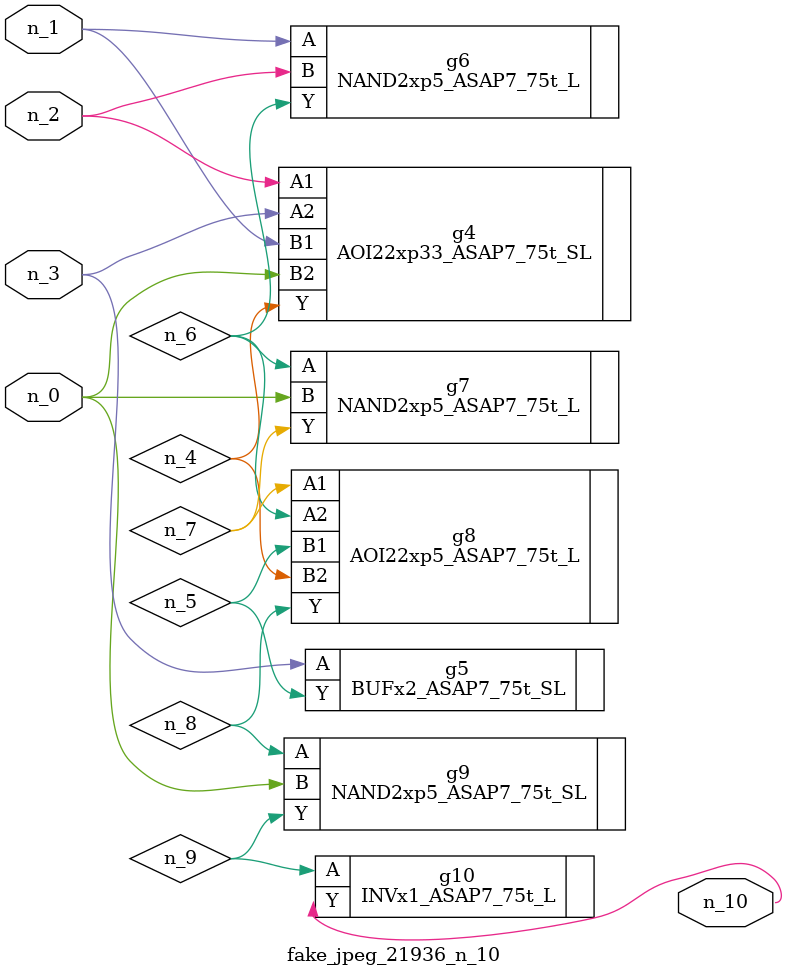
<source format=v>
module fake_jpeg_21936_n_10 (n_0, n_3, n_2, n_1, n_10);

input n_0;
input n_3;
input n_2;
input n_1;

output n_10;

wire n_4;
wire n_8;
wire n_9;
wire n_6;
wire n_5;
wire n_7;

AOI22xp33_ASAP7_75t_SL g4 ( 
.A1(n_2),
.A2(n_3),
.B1(n_1),
.B2(n_0),
.Y(n_4)
);

BUFx2_ASAP7_75t_SL g5 ( 
.A(n_3),
.Y(n_5)
);

NAND2xp5_ASAP7_75t_L g6 ( 
.A(n_1),
.B(n_2),
.Y(n_6)
);

NAND2xp5_ASAP7_75t_L g7 ( 
.A(n_6),
.B(n_0),
.Y(n_7)
);

AOI22xp5_ASAP7_75t_L g8 ( 
.A1(n_7),
.A2(n_6),
.B1(n_5),
.B2(n_4),
.Y(n_8)
);

NAND2xp5_ASAP7_75t_SL g9 ( 
.A(n_8),
.B(n_0),
.Y(n_9)
);

INVx1_ASAP7_75t_L g10 ( 
.A(n_9),
.Y(n_10)
);


endmodule
</source>
